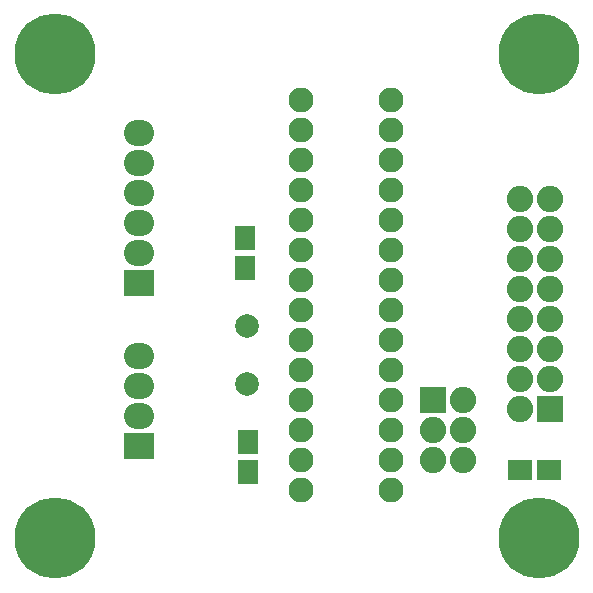
<source format=gts>
G04 #@! TF.FileFunction,Soldermask,Top*
%FSLAX46Y46*%
G04 Gerber Fmt 4.6, Leading zero omitted, Abs format (unit mm)*
G04 Created by KiCad (PCBNEW (after 2015-mar-04 BZR unknown)-product) date 11/9/2016 4:35:45 PM*
%MOMM*%
G01*
G04 APERTURE LIST*
%ADD10C,0.150000*%
%ADD11C,6.858000*%
%ADD12R,1.758000X2.008000*%
%ADD13R,2.235200X2.235200*%
%ADD14O,2.235200X2.235200*%
%ADD15O,2.108000X2.108000*%
%ADD16C,2.009140*%
%ADD17R,2.008000X1.758000*%
%ADD18R,2.540000X2.235200*%
%ADD19O,2.540000X2.235200*%
G04 APERTURE END LIST*
D10*
D11*
X200000000Y-125000000D03*
X159000000Y-125000000D03*
X200000000Y-84000000D03*
X159000000Y-84000000D03*
D12*
X175133000Y-102088000D03*
X175133000Y-99588000D03*
X175387000Y-116860000D03*
X175387000Y-119360000D03*
D13*
X200914000Y-114046000D03*
D14*
X198374000Y-114046000D03*
X200914000Y-111506000D03*
X198374000Y-111506000D03*
X200914000Y-108966000D03*
X198374000Y-108966000D03*
X200914000Y-106426000D03*
X198374000Y-106426000D03*
X200914000Y-103886000D03*
X198374000Y-103886000D03*
X200914000Y-101346000D03*
X198374000Y-101346000D03*
X200914000Y-98806000D03*
X198374000Y-98806000D03*
X200914000Y-96266000D03*
X198374000Y-96266000D03*
D15*
X179832000Y-87884000D03*
X179832000Y-90424000D03*
X179832000Y-92964000D03*
X179832000Y-95504000D03*
X179832000Y-98044000D03*
X179832000Y-100584000D03*
X179832000Y-103124000D03*
X179832000Y-105664000D03*
X179832000Y-108204000D03*
X179832000Y-110744000D03*
X179832000Y-113284000D03*
X179832000Y-115824000D03*
X179832000Y-118364000D03*
X179832000Y-120904000D03*
X187452000Y-120904000D03*
X187452000Y-118364000D03*
X187452000Y-115824000D03*
X187452000Y-113284000D03*
X187452000Y-110744000D03*
X187452000Y-108204000D03*
X187452000Y-105664000D03*
X187452000Y-103124000D03*
X187452000Y-100584000D03*
X187452000Y-98044000D03*
X187452000Y-95504000D03*
X187452000Y-92964000D03*
X187452000Y-90424000D03*
X187452000Y-87884000D03*
D16*
X175260000Y-111914940D03*
X175260000Y-107033060D03*
D17*
X198394000Y-119253000D03*
X200894000Y-119253000D03*
D18*
X166116000Y-117221000D03*
D19*
X166116000Y-114681000D03*
X166116000Y-112141000D03*
X166116000Y-109601000D03*
D18*
X166116000Y-103378000D03*
D19*
X166116000Y-100838000D03*
X166116000Y-98298000D03*
X166116000Y-95758000D03*
X166116000Y-93218000D03*
X166116000Y-90678000D03*
D13*
X191008000Y-113284000D03*
D14*
X193548000Y-113284000D03*
X191008000Y-115824000D03*
X193548000Y-115824000D03*
X191008000Y-118364000D03*
X193548000Y-118364000D03*
M02*

</source>
